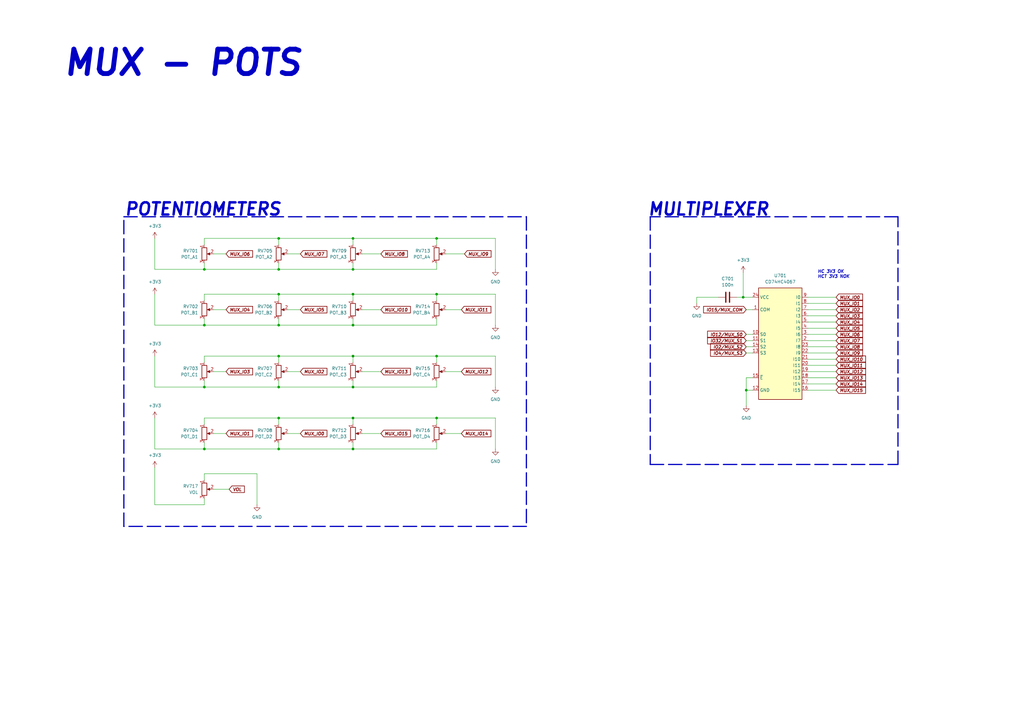
<source format=kicad_sch>
(kicad_sch (version 20211123) (generator eeschema)
  (paper "A3")
  (title_block (title "ESP32 SYNTH") (date "2023-06-02") (rev "0") (company "Joël Ucedo"))
  (lib_symbols
    (symbol "MY CAPACITOR LIBRARY:CC0603KRX7R9BB104" (pin_numbers hide) (pin_names (offset 0.254))
      (property "Reference" "C6" (at -5.08 1.27 0))
      (property "Value" "CC0603KRX7R9BB104" (at -8.89 -1.27 0))
      (symbol "CC0603KRX7R9BB104_0_1"
        (polyline (pts (xy -2.032 -0.762) (xy 2.032 -0.762)) (stroke (width 0.508)))
        (polyline (pts (xy -2.032 0.762) (xy 2.032 0.762)) (stroke (width 0.508)))
      )
      (symbol "CC0603KRX7R9BB104_1_1"
        (pin passive line (at 0 3.81 270) (length 2.794) (name "~") (number "1"))
        (pin passive line (at 0 -3.81 90) (length 2.794) (name "~") (number "2"))
      )
    )
    (symbol "MY IC LIBRARY:CD74HC4067"
      (property "Reference" "U6" (at -7.62 25.4 0))
      (property "Value" "CD74HC4067" (at -2.54 22.86 0))
      (symbol "CD74HC4067_0_1"
        (rectangle (start -8.89 21.59) (end 8.89 -24.13) (stroke (width 0.254)) (fill (type background)))
      )
      (symbol "CD74HC4067_1_1"
        (pin passive line (at -11.43 12.7 0) (length 2.54) (name "COM") (number "1"))
        (pin input line (at -11.43 2.54 0) (length 2.54) (name "S0") (number "10"))
        (pin input line (at -11.43 0 0) (length 2.54) (name "S1") (number "11"))
        (pin power_in line (at -11.43 -20.32 0) (length 2.54) (name "GND") (number "12"))
        (pin input line (at -11.43 -5.08 0) (length 2.54) (name "S3") (number "13"))
        (pin input line (at -11.43 -2.54 0) (length 2.54) (name "S2") (number "14"))
        (pin input line (at -11.43 -15.24 0) (length 2.54) (name "~{E}") (number "15"))
        (pin passive line (at 11.43 -20.32 180) (length 2.54) (name "I15") (number "16"))
        (pin passive line (at 11.43 -17.78 180) (length 2.54) (name "I14") (number "17"))
        (pin passive line (at 11.43 -15.24 180) (length 2.54) (name "I13") (number "18"))
        (pin passive line (at 11.43 -12.7 180) (length 2.54) (name "I12") (number "19"))
        (pin passive line (at 11.43 0 180) (length 2.54) (name "I7") (number "2"))
        (pin passive line (at 11.43 -10.16 180) (length 2.54) (name "I11") (number "20"))
        (pin passive line (at 11.43 -7.62 180) (length 2.54) (name "I10") (number "21"))
        (pin passive line (at 11.43 -5.08 180) (length 2.54) (name "I9") (number "22"))
        (pin passive line (at 11.43 -2.54 180) (length 2.54) (name "I8") (number "23"))
        (pin power_in line (at -11.43 17.78 0) (length 2.54) (name "VCC") (number "24"))
        (pin passive line (at 11.43 2.54 180) (length 2.54) (name "I6") (number "3"))
        (pin passive line (at 11.43 5.08 180) (length 2.54) (name "I5") (number "4"))
        (pin passive line (at 11.43 7.62 180) (length 2.54) (name "I4") (number "5"))
        (pin passive line (at 11.43 10.16 180) (length 2.54) (name "I3") (number "6"))
        (pin passive line (at 11.43 12.7 180) (length 2.54) (name "I2") (number "7"))
        (pin passive line (at 11.43 15.24 180) (length 2.54) (name "I1") (number "8"))
        (pin passive line (at 11.43 17.78 180) (length 2.54) (name "I0") (number "9"))
      )
    )
    (symbol "MY POTENTIOMETER LIBRARY:RK09D1130C2P" (pin_names (offset 1.016) hide)
      (property "Reference" "RV" (at -4.445 0 90))
      (property "Value" "RK09D1130C2P" (at -2.54 0 90))
      (symbol "RK09D1130C2P_0_1"
        (polyline (pts (xy 2.54 0) (xy 1.524 0)))
        (polyline (pts (xy 1.143 0) (xy 2.286 0.508) (xy 2.286 -0.508) (xy 1.143 0)) (fill (type outline)))
        (rectangle (start 1.016 2.54) (end -1.016 -2.54) (stroke (width 0.254)))
      )
      (symbol "RK09D1130C2P_1_1"
        (pin passive line (at 0 3.81 270) (length 1.27) (name "1") (number "1"))
        (pin passive line (at 3.81 0 180) (length 1.27) (name "2") (number "2"))
        (pin passive line (at 0 -3.81 90) (length 1.27) (name "3") (number "3"))
      )
    )
    (symbol "power:+3V3" (power) (pin_names (offset 0))
      (property "Value" "+3V3" (at 0 3.556 0))
      (symbol "+3V3_0_1"
        (polyline (pts (xy -0.762 1.27) (xy 0 2.54)))
        (polyline (pts (xy 0 0) (xy 0 2.54)))
        (polyline (pts (xy 0 2.54) (xy 0.762 1.27)))
      )
      (symbol "+3V3_1_1"
        (pin power_in line (at 0 0 90) (length 0) hide (name "+3V3") (number "1"))
      )
    )
    (symbol "power:GND" (power) (pin_names (offset 0))
      (property "Value" "GND" (at 0 -3.81 0))
      (symbol "GND_0_1"
        (polyline (pts (xy 0 0) (xy 0 -1.27) (xy 1.27 -1.27) (xy 0 -2.54) (xy -1.27 -1.27) (xy 0 -1.27)))
      )
      (symbol "GND_1_1"
        (pin power_in line (at 0 0 270) (length 0) hide (name "GND") (number "1"))
      )
    )
  )
  (junction (at 83.82 158.75))
  (junction (at 114.3 146.05))
  (junction (at 144.78 184.15))
  (junction (at 306.07 160.02))
  (junction (at 83.82 110.49))
  (junction (at 304.8 121.92))
  (junction (at 114.3 171.45))
  (junction (at 144.78 97.79))
  (junction (at 179.07 120.65))
  (junction (at 114.3 120.65))
  (junction (at 179.07 171.45))
  (junction (at 144.78 158.75))
  (junction (at 144.78 171.45))
  (junction (at 144.78 110.49))
  (junction (at 83.82 184.15))
  (junction (at 144.78 120.65))
  (junction (at 144.78 133.35))
  (junction (at 114.3 158.75))
  (junction (at 179.07 97.79))
  (junction (at 114.3 97.79))
  (junction (at 83.82 133.35))
  (junction (at 114.3 184.15))
  (junction (at 114.3 133.35))
  (junction (at 179.07 146.05))
  (junction (at 114.3 110.49))
  (junction (at 144.78 146.05))
  (wire (pts (xy 331.47 129.54) (xy 342.9 129.54)))
  (wire (pts (xy 114.3 181.61) (xy 114.3 184.15)))
  (wire (pts (xy 306.07 142.24) (xy 308.61 142.24)))
  (wire (pts (xy 83.82 194.31) (xy 105.41 194.31)))
  (wire (pts (xy 331.47 144.78) (xy 342.9 144.78)))
  (wire (pts (xy 331.47 137.16) (xy 342.9 137.16)))
  (wire (pts (xy 114.3 171.45) (xy 114.3 173.99)))
  (wire (pts (xy 144.78 184.15) (xy 179.07 184.15)))
  (wire (pts (xy 306.07 127) (xy 308.61 127)))
  (wire (pts (xy 114.3 158.75) (xy 144.78 158.75)))
  (wire (pts (xy 306.07 139.7) (xy 308.61 139.7)))
  (wire (pts (xy 306.07 160.02) (xy 306.07 154.94)))
  (wire (pts (xy 83.82 156.21) (xy 83.82 158.75)))
  (wire (pts (xy 144.78 120.65) (xy 179.07 120.65)))
  (wire (pts (xy 144.78 120.65) (xy 144.78 123.19)))
  (wire (pts (xy 304.8 121.92) (xy 308.61 121.92)))
  (wire (pts (xy 144.78 171.45) (xy 179.07 171.45)))
  (wire (pts (xy 83.82 196.85) (xy 83.82 194.31)))
  (wire (pts (xy 331.47 152.4) (xy 342.9 152.4)))
  (wire (pts (xy 114.3 171.45) (xy 144.78 171.45)))
  (wire (pts (xy 179.07 158.75) (xy 179.07 156.21)))
  (wire (pts (xy 83.82 133.35) (xy 114.3 133.35)))
  (wire (pts (xy 87.63 152.4) (xy 92.71 152.4)))
  (wire (pts (xy 331.47 121.92) (xy 342.9 121.92)))
  (polyline (pts (xy 50.8 88.9) (xy 215.9 88.9)) (stroke (width 0.5)))
  (wire (pts (xy 306.07 154.94) (xy 308.61 154.94)))
  (wire (pts (xy 331.47 160.02) (xy 342.9 160.02)))
  (wire (pts (xy 63.5 191.77) (xy 63.5 207.01)))
  (wire (pts (xy 148.59 152.4) (xy 156.21 152.4)))
  (wire (pts (xy 306.07 137.16) (xy 308.61 137.16)))
  (wire (pts (xy 83.82 120.65) (xy 114.3 120.65)))
  (wire (pts (xy 83.82 207.01) (xy 63.5 207.01)))
  (wire (pts (xy 331.47 157.48) (xy 342.9 157.48)))
  (wire (pts (xy 148.59 104.14) (xy 156.21 104.14)))
  (wire (pts (xy 148.59 177.8) (xy 156.21 177.8)))
  (wire (pts (xy 179.07 97.79) (xy 179.07 100.33)))
  (wire (pts (xy 83.82 97.79) (xy 83.82 100.33)))
  (wire (pts (xy 63.5 133.35) (xy 83.82 133.35)))
  (wire (pts (xy 203.2 120.65) (xy 203.2 133.35)))
  (wire (pts (xy 83.82 97.79) (xy 114.3 97.79)))
  (polyline (pts (xy 368.3 190.5) (xy 368.3 88.9)) (stroke (width 0.5)))
  (wire (pts (xy 87.63 200.66) (xy 93.98 200.66)))
  (wire (pts (xy 114.3 130.81) (xy 114.3 133.35)))
  (wire (pts (xy 83.82 107.95) (xy 83.82 110.49)))
  (wire (pts (xy 179.07 133.35) (xy 179.07 130.81)))
  (wire (pts (xy 182.88 127) (xy 189.23 127)))
  (polyline (pts (xy 266.7 190.5) (xy 368.3 190.5)) (stroke (width 0.5)))
  (wire (pts (xy 63.5 158.75) (xy 83.82 158.75)))
  (wire (pts (xy 63.5 171.45) (xy 63.5 184.15)))
  (wire (pts (xy 144.78 107.95) (xy 144.78 110.49)))
  (wire (pts (xy 114.3 120.65) (xy 144.78 120.65)))
  (wire (pts (xy 203.2 146.05) (xy 203.2 158.75)))
  (wire (pts (xy 304.8 111.76) (xy 304.8 121.92)))
  (wire (pts (xy 331.47 149.86) (xy 342.9 149.86)))
  (wire (pts (xy 144.78 133.35) (xy 179.07 133.35)))
  (wire (pts (xy 118.11 177.8) (xy 123.19 177.8)))
  (wire (pts (xy 87.63 177.8) (xy 92.71 177.8)))
  (wire (pts (xy 114.3 123.19) (xy 114.3 120.65)))
  (wire (pts (xy 83.82 184.15) (xy 114.3 184.15)))
  (wire (pts (xy 83.82 158.75) (xy 114.3 158.75)))
  (wire (pts (xy 306.07 160.02) (xy 308.61 160.02)))
  (wire (pts (xy 114.3 97.79) (xy 114.3 100.33)))
  (wire (pts (xy 285.75 121.92) (xy 294.64 121.92)))
  (wire (pts (xy 83.82 181.61) (xy 83.82 184.15)))
  (polyline (pts (xy 368.3 88.9) (xy 266.7 88.9)) (stroke (width 0.5)))
  (wire (pts (xy 63.5 120.65) (xy 63.5 133.35)))
  (wire (pts (xy 302.26 121.92) (xy 304.8 121.92)))
  (wire (pts (xy 144.78 146.05) (xy 179.07 146.05)))
  (wire (pts (xy 105.41 194.31) (xy 105.41 207.01)))
  (wire (pts (xy 182.88 177.8) (xy 189.23 177.8)))
  (wire (pts (xy 114.3 110.49) (xy 144.78 110.49)))
  (wire (pts (xy 87.63 127) (xy 92.71 127)))
  (wire (pts (xy 83.82 130.81) (xy 83.82 133.35)))
  (wire (pts (xy 331.47 142.24) (xy 342.9 142.24)))
  (wire (pts (xy 118.11 104.14) (xy 123.19 104.14)))
  (wire (pts (xy 63.5 110.49) (xy 83.82 110.49)))
  (wire (pts (xy 118.11 152.4) (xy 123.19 152.4)))
  (wire (pts (xy 331.47 124.46) (xy 342.9 124.46)))
  (wire (pts (xy 144.78 158.75) (xy 179.07 158.75)))
  (wire (pts (xy 179.07 184.15) (xy 179.07 181.61)))
  (wire (pts (xy 331.47 139.7) (xy 342.9 139.7)))
  (wire (pts (xy 144.78 110.49) (xy 179.07 110.49)))
  (wire (pts (xy 118.11 127) (xy 123.19 127)))
  (wire (pts (xy 179.07 97.79) (xy 203.2 97.79)))
  (wire (pts (xy 63.5 184.15) (xy 83.82 184.15)))
  (wire (pts (xy 179.07 120.65) (xy 203.2 120.65)))
  (wire (pts (xy 114.3 133.35) (xy 144.78 133.35)))
  (polyline (pts (xy 215.9 88.9) (xy 215.9 215.9)) (stroke (width 0.5)))
  (wire (pts (xy 285.75 121.92) (xy 285.75 124.46)))
  (wire (pts (xy 87.63 104.14) (xy 92.71 104.14)))
  (wire (pts (xy 331.47 134.62) (xy 342.9 134.62)))
  (wire (pts (xy 144.78 130.81) (xy 144.78 133.35)))
  (wire (pts (xy 203.2 171.45) (xy 203.2 184.15)))
  (wire (pts (xy 83.82 146.05) (xy 83.82 148.59)))
  (wire (pts (xy 144.78 146.05) (xy 144.78 148.59)))
  (polyline (pts (xy 50.8 215.9) (xy 50.8 88.9)) (stroke (width 0.5)))
  (wire (pts (xy 114.3 146.05) (xy 114.3 148.59)))
  (wire (pts (xy 306.07 166.37) (xy 306.07 160.02)))
  (wire (pts (xy 179.07 107.95) (xy 179.07 110.49)))
  (wire (pts (xy 182.88 152.4) (xy 189.23 152.4)))
  (wire (pts (xy 203.2 97.79) (xy 203.2 110.49)))
  (wire (pts (xy 83.82 204.47) (xy 83.82 207.01)))
  (wire (pts (xy 179.07 120.65) (xy 179.07 123.19)))
  (wire (pts (xy 114.3 146.05) (xy 144.78 146.05)))
  (wire (pts (xy 144.78 97.79) (xy 144.78 100.33)))
  (wire (pts (xy 83.82 171.45) (xy 114.3 171.45)))
  (wire (pts (xy 114.3 184.15) (xy 144.78 184.15)))
  (wire (pts (xy 114.3 107.95) (xy 114.3 110.49)))
  (wire (pts (xy 148.59 127) (xy 156.21 127)))
  (wire (pts (xy 331.47 147.32) (xy 342.9 147.32)))
  (wire (pts (xy 144.78 156.21) (xy 144.78 158.75)))
  (wire (pts (xy 331.47 127) (xy 342.9 127)))
  (wire (pts (xy 179.07 146.05) (xy 179.07 148.59)))
  (wire (pts (xy 63.5 97.79) (xy 63.5 110.49)))
  (polyline (pts (xy 266.7 88.9) (xy 266.7 190.5)) (stroke (width 0.5)))
  (wire (pts (xy 331.47 154.94) (xy 342.9 154.94)))
  (wire (pts (xy 83.82 146.05) (xy 114.3 146.05)))
  (wire (pts (xy 114.3 97.79) (xy 144.78 97.79)))
  (wire (pts (xy 179.07 146.05) (xy 203.2 146.05)))
  (wire (pts (xy 144.78 97.79) (xy 179.07 97.79)))
  (wire (pts (xy 83.82 110.49) (xy 114.3 110.49)))
  (wire (pts (xy 83.82 171.45) (xy 83.82 173.99)))
  (wire (pts (xy 182.88 104.14) (xy 190.5 104.14)))
  (polyline (pts (xy 215.9 215.9) (xy 50.8 215.9)) (stroke (width 0.5)))
  (wire (pts (xy 63.5 146.05) (xy 63.5 158.75)))
  (wire (pts (xy 179.07 171.45) (xy 203.2 171.45)))
  (wire (pts (xy 331.47 132.08) (xy 342.9 132.08)))
  (wire (pts (xy 306.07 144.78) (xy 308.61 144.78)))
  (wire (pts (xy 144.78 181.61) (xy 144.78 184.15)))
  (wire (pts (xy 114.3 156.21) (xy 114.3 158.75)))
  (wire (pts (xy 179.07 171.45) (xy 179.07 173.99)))
  (wire (pts (xy 144.78 171.45) (xy 144.78 173.99)))
  (wire (pts (xy 83.82 120.65) (xy 83.82 123.19)))
  (text "MULTIPLEXER" (at 265.43 88.9 0) (effects (font (size 5 5) bold italic) (justify left bottom)))
  (text "POTENTIOMETERS" (at 50.8 88.9 0) (effects (font (size 5 5) bold italic) (justify left bottom)))
  (text "MUX - POTS" (at 25.4 31.75 0) (effects (font (size 10 10) bold italic) (justify left bottom)))
  (text "HC 3V3 OK \nHCT 3V3 NOK " (at 335.28 114.3 0) (effects (font (size 1.27 1.27) (thickness 0.254) bold italic) (justify left bottom)))
  (global_label "MUX_IO4" (shape input) (at 342.9 132.08 0) (effects (font bold italic)) (property "Intersheet References" "${INTERSHEET_REFS}" (effects hide)))
  (global_label "MUX_IO9" (shape input) (at 342.9 144.78 0) (effects (font bold italic)) (property "Intersheet References" "${INTERSHEET_REFS}" (effects hide)))
  (global_label "IO4{slash}MUX_S3" (shape input) (at 306.07 144.78 180) (effects (font (thickness 0.254) bold italic)) (property "Intersheet References" "${INTERSHEET_REFS}" (effects hide)))
  (global_label "IO12{slash}MUX_S0" (shape input) (at 306.07 137.16 180) (effects (font bold italic)) (property "Intersheet References" "${INTERSHEET_REFS}" (effects hide)))
  (global_label "IO32{slash}MUX_S1" (shape input) (at 306.07 139.7 180) (effects (font (thickness 0.254) bold italic)) (property "Intersheet References" "${INTERSHEET_REFS}" (effects hide)))
  (global_label "MUX_IO7" (shape input) (at 342.9 139.7 0) (effects (font bold italic)) (property "Intersheet References" "${INTERSHEET_REFS}" (effects hide)))
  (global_label "MUX_IO14" (shape input) (at 189.23 177.8 0) (effects (font bold italic)) (property "Intersheet References" "${INTERSHEET_REFS}" (effects hide)))
  (global_label "IO15{slash}MUX_COM" (shape input) (at 306.07 127 180) (effects (font (thickness 0.254) bold italic)) (property "Intersheet References" "${INTERSHEET_REFS}" (effects hide)))
  (global_label "MUX_IO0" (shape input) (at 342.9 121.92 0) (effects (font bold italic)) (property "Intersheet References" "${INTERSHEET_REFS}" (effects hide)))
  (global_label "VOL" (shape input) (at 93.98 200.66 0) (effects (font bold italic)) (property "Intersheet References" "${INTERSHEET_REFS}" (effects hide)))
  (global_label "MUX_IO12" (shape input) (at 189.23 152.4 0) (effects (font bold italic)) (property "Intersheet References" "${INTERSHEET_REFS}" (effects hide)))
  (global_label "MUX_IO10" (shape input) (at 156.21 127 0) (effects (font bold italic)) (property "Intersheet References" "${INTERSHEET_REFS}" (effects hide)))
  (global_label "MUX_IO13" (shape input) (at 342.9 154.94 0) (effects (font bold italic)) (property "Intersheet References" "${INTERSHEET_REFS}" (effects hide)))
  (global_label "MUX_IO11" (shape input) (at 342.9 149.86 0) (effects (font bold italic)) (property "Intersheet References" "${INTERSHEET_REFS}" (effects hide)))
  (global_label "MUX_IO2" (shape input) (at 342.9 127 0) (effects (font bold italic)) (property "Intersheet References" "${INTERSHEET_REFS}" (effects hide)))
  (global_label "MUX_IO2" (shape input) (at 123.19 152.4 0) (effects (font bold italic)) (property "Intersheet References" "${INTERSHEET_REFS}" (effects hide)))
  (global_label "MUX_IO3" (shape input) (at 342.9 129.54 0) (effects (font bold italic)) (property "Intersheet References" "${INTERSHEET_REFS}" (effects hide)))
  (global_label "MUX_IO14" (shape input) (at 342.9 157.48 0) (effects (font bold italic)) (property "Intersheet References" "${INTERSHEET_REFS}" (effects hide)))
  (global_label "MUX_IO8" (shape input) (at 342.9 142.24 0) (effects (font bold italic)) (property "Intersheet References" "${INTERSHEET_REFS}" (effects hide)))
  (global_label "MUX_IO5" (shape input) (at 123.19 127 0) (effects (font bold italic)) (property "Intersheet References" "${INTERSHEET_REFS}" (effects hide)))
  (global_label "MUX_IO15" (shape input) (at 156.21 177.8 0) (effects (font bold italic)) (property "Intersheet References" "${INTERSHEET_REFS}" (effects hide)))
  (global_label "MUX_IO15" (shape input) (at 342.9 160.02 0) (effects (font bold italic)) (property "Intersheet References" "${INTERSHEET_REFS}" (effects hide)))
  (global_label "MUX_IO3" (shape input) (at 92.71 152.4 0) (effects (font bold italic)) (property "Intersheet References" "${INTERSHEET_REFS}" (effects hide)))
  (global_label "MUX_IO10" (shape input) (at 342.9 147.32 0) (effects (font bold italic)) (property "Intersheet References" "${INTERSHEET_REFS}" (effects hide)))
  (global_label "MUX_IO12" (shape input) (at 342.9 152.4 0) (effects (font bold italic)) (property "Intersheet References" "${INTERSHEET_REFS}" (effects hide)))
  (global_label "MUX_IO0" (shape input) (at 123.19 177.8 0) (effects (font bold italic)) (property "Intersheet References" "${INTERSHEET_REFS}" (effects hide)))
  (global_label "MUX_IO9" (shape input) (at 190.5 104.14 0) (effects (font bold italic)) (property "Intersheet References" "${INTERSHEET_REFS}" (effects hide)))
  (global_label "IO2{slash}MUX_S2" (shape input) (at 306.07 142.24 180) (effects (font (thickness 0.254) bold italic)) (property "Intersheet References" "${INTERSHEET_REFS}" (effects hide)))
  (global_label "MUX_IO6" (shape input) (at 342.9 137.16 0) (effects (font bold italic)) (property "Intersheet References" "${INTERSHEET_REFS}" (effects hide)))
  (global_label "MUX_IO11" (shape input) (at 189.23 127 0) (effects (font bold italic)) (property "Intersheet References" "${INTERSHEET_REFS}" (effects hide)))
  (global_label "MUX_IO8" (shape input) (at 156.21 104.14 0) (effects (font bold italic)) (property "Intersheet References" "${INTERSHEET_REFS}" (effects hide)))
  (global_label "MUX_IO7" (shape input) (at 123.19 104.14 0) (effects (font bold italic)) (property "Intersheet References" "${INTERSHEET_REFS}" (effects hide)))
  (global_label "MUX_IO5" (shape input) (at 342.9 134.62 0) (effects (font bold italic)) (property "Intersheet References" "${INTERSHEET_REFS}" (effects hide)))
  (global_label "MUX_IO1" (shape input) (at 342.9 124.46 0) (effects (font bold italic)) (property "Intersheet References" "${INTERSHEET_REFS}" (effects hide)))
  (global_label "MUX_IO1" (shape input) (at 92.71 177.8 0) (effects (font bold italic)) (property "Intersheet References" "${INTERSHEET_REFS}" (effects hide)))
  (global_label "MUX_IO6" (shape input) (at 92.71 104.14 0) (effects (font bold italic)) (property "Intersheet References" "${INTERSHEET_REFS}" (effects hide)))
  (global_label "MUX_IO13" (shape input) (at 156.21 152.4 0) (effects (font bold italic)) (property "Intersheet References" "${INTERSHEET_REFS}" (effects hide)))
  (global_label "MUX_IO4" (shape input) (at 92.71 127 0) (effects (font bold italic)) (property "Intersheet References" "${INTERSHEET_REFS}" (effects hide)))
  (symbol (lib_id "power:GND") (at 203.2 158.75 0) (unit 1)
    (property "Reference" "#PWR0102" (effects hide))
    (property "Value" "GND" (at 203.2 163.83 0))
  )
  (symbol (lib_id "MY POTENTIOMETER LIBRARY:RK09D1130C2P") (at 114.3 127 0) (unit 1)
    (property "Reference" "RV706" (at 111.76 125.7299 0) (effects (justify right)))
    (property "Value" "POT_B2" (at 111.76 128.2699 0) (effects (justify right)))
    (property "Footprint" "MY POTENTIOMETER LIBRARY:RK09D1130C2P" (effects hide))
  )
  (symbol (lib_id "MY POTENTIOMETER LIBRARY:RK09D1130C2P") (at 83.82 104.14 0) (unit 1)
    (property "Reference" "RV701" (at 81.28 102.8699 0) (effects (justify right)))
    (property "Value" "POT_A1" (at 81.28 105.4099 0) (effects (justify right)))
    (property "Footprint" "MY POTENTIOMETER LIBRARY:RK09D1130C2P" (effects hide))
  )
  (symbol (lib_id "MY POTENTIOMETER LIBRARY:RK09D1130C2P") (at 83.82 127 0) (unit 1)
    (property "Reference" "RV702" (at 81.28 125.7299 0) (effects (justify right)))
    (property "Value" "POT_B1" (at 81.28 128.2699 0) (effects (justify right)))
    (property "Footprint" "MY POTENTIOMETER LIBRARY:RK09D1130C2P" (effects hide))
  )
  (symbol (lib_id "MY POTENTIOMETER LIBRARY:RK09D1130C2P") (at 144.78 152.4 0) (unit 1)
    (property "Reference" "RV711" (at 142.24 151.1299 0) (effects (justify right)))
    (property "Value" "POT_C3" (at 142.24 153.6699 0) (effects (justify right)))
    (property "Footprint" "MY POTENTIOMETER LIBRARY:RK09D1130C2P" (effects hide))
  )
  (symbol (lib_id "power:+3V3") (at 63.5 146.05 0) (unit 1)
    (property "Reference" "#PWR0116" (effects hide))
    (property "Value" "+3V3" (at 63.5 140.97 0))
  )
  (symbol (lib_id "power:GND") (at 306.07 166.37 0) (unit 1)
    (property "Reference" "#PWR0167" (effects hide))
    (property "Value" "GND" (at 306.07 171.45 0))
  )
  (symbol (lib_id "MY POTENTIOMETER LIBRARY:RK09D1130C2P") (at 179.07 177.8 0) (unit 1)
    (property "Reference" "RV716" (at 176.53 176.5299 0) (effects (justify right)))
    (property "Value" "POT_D4" (at 176.53 179.0699 0) (effects (justify right)))
    (property "Footprint" "MY POTENTIOMETER LIBRARY:RK09D1130C2P" (effects hide))
  )
  (symbol (lib_id "MY POTENTIOMETER LIBRARY:RK09D1130C2P") (at 114.3 152.4 0) (unit 1)
    (property "Reference" "RV707" (at 111.76 151.1299 0) (effects (justify right)))
    (property "Value" "POT_C2" (at 111.76 153.6699 0) (effects (justify right)))
    (property "Footprint" "MY POTENTIOMETER LIBRARY:RK09D1130C2P" (effects hide))
  )
  (symbol (lib_id "MY POTENTIOMETER LIBRARY:RK09D1130C2P") (at 83.82 177.8 0) (unit 1)
    (property "Reference" "RV704" (at 81.28 176.5299 0) (effects (justify right)))
    (property "Value" "POT_D1" (at 81.28 179.0699 0) (effects (justify right)))
    (property "Footprint" "MY POTENTIOMETER LIBRARY:RK09D1130C2P" (effects hide))
  )
  (symbol (lib_id "MY IC LIBRARY:CD74HC4067") (at 320.04 139.7 0) (unit 1)
    (property "Reference" "U701" (at 320.04 113.03 0))
    (property "Value" "CD74HC4067" (at 320.04 115.57 0))
    (property "Footprint" "MY IC LIBRARY:CD74HC4067_SOIC-24" (effects hide))
    (property "Datasheet" "http://www.ti.com/lit/ds/symlink/cd74hc4067.pdf" (effects hide))
  )
  (symbol (lib_id "power:+3V3") (at 63.5 120.65 0) (unit 1)
    (property "Reference" "#PWR0112" (effects hide))
    (property "Value" "+3V3" (at 63.5 115.57 0))
  )
  (symbol (lib_id "power:GND") (at 285.75 124.46 0) (unit 1)
    (property "Reference" "#PWR0166" (effects hide))
    (property "Value" "GND" (at 285.75 129.54 0))
  )
  (symbol (lib_id "power:+3V3") (at 304.8 111.76 0) (unit 1)
    (property "Reference" "#PWR0168" (effects hide))
    (property "Value" "+3V3" (at 304.8 106.68 0))
  )
  (symbol (lib_id "MY POTENTIOMETER LIBRARY:RK09D1130C2P") (at 179.07 104.14 0) (unit 1)
    (property "Reference" "RV713" (at 176.53 102.8699 0) (effects (justify right)))
    (property "Value" "POT_A4" (at 176.53 105.4099 0) (effects (justify right)))
    (property "Footprint" "MY POTENTIOMETER LIBRARY:RK09D1130C2P" (effects hide))
  )
  (symbol (lib_id "MY POTENTIOMETER LIBRARY:RK09D1130C2P") (at 114.3 177.8 0) (unit 1)
    (property "Reference" "RV708" (at 111.76 176.5299 0) (effects (justify right)))
    (property "Value" "POT_D2" (at 111.76 179.0699 0) (effects (justify right)))
    (property "Footprint" "MY POTENTIOMETER LIBRARY:RK09D1130C2P" (effects hide))
  )
  (symbol (lib_id "power:GND") (at 203.2 184.15 0) (unit 1)
    (property "Reference" "#PWR0101" (effects hide))
    (property "Value" "GND" (at 203.2 189.23 0))
  )
  (symbol (lib_id "power:+3V3") (at 63.5 97.79 0) (unit 1)
    (property "Reference" "#PWR0111" (effects hide))
    (property "Value" "+3V3" (at 63.5 92.71 0))
  )
  (symbol (lib_id "MY POTENTIOMETER LIBRARY:RK09D1130C2P") (at 144.78 177.8 0) (unit 1)
    (property "Reference" "RV712" (at 142.24 176.5299 0) (effects (justify right)))
    (property "Value" "POT_D3" (at 142.24 179.0699 0) (effects (justify right)))
    (property "Footprint" "MY POTENTIOMETER LIBRARY:RK09D1130C2P" (effects hide))
  )
  (symbol (lib_id "MY POTENTIOMETER LIBRARY:RK09D1130C2P") (at 144.78 104.14 0) (unit 1)
    (property "Reference" "RV709" (at 142.24 102.8699 0) (effects (justify right)))
    (property "Value" "POT_A3" (at 142.24 105.4099 0) (effects (justify right)))
    (property "Footprint" "MY POTENTIOMETER LIBRARY:RK09D1130C2P" (effects hide))
  )
  (symbol (lib_id "power:GND") (at 203.2 110.49 0) (unit 1)
    (property "Reference" "#PWR0103" (effects hide))
    (property "Value" "GND" (at 203.2 115.57 0))
  )
  (symbol (lib_id "MY POTENTIOMETER LIBRARY:RK09D1130C2P") (at 83.82 152.4 0) (unit 1)
    (property "Reference" "RV703" (at 81.28 151.1299 0) (effects (justify right)))
    (property "Value" "POT_C1" (at 81.28 153.6699 0) (effects (justify right)))
    (property "Footprint" "MY POTENTIOMETER LIBRARY:RK09D1130C2P" (effects hide))
  )
  (symbol (lib_id "power:+3V3") (at 63.5 171.45 0) (unit 1)
    (property "Reference" "#PWR0115" (effects hide))
    (property "Value" "+3V3" (at 63.5 166.37 0))
  )
  (symbol (lib_id "MY POTENTIOMETER LIBRARY:RK09D1130C2P") (at 83.82 200.66 0) (unit 1)
    (property "Reference" "RV717" (at 81.28 199.3899 0) (effects (justify right)))
    (property "Value" "VOL" (at 81.28 201.9299 0) (effects (justify right)))
    (property "Footprint" "MY POTENTIOMETER LIBRARY:RK09D1130C2P" (effects hide))
  )
  (symbol (lib_id "power:GND") (at 105.41 207.01 0) (unit 1)
    (property "Reference" "#PWR0122" (effects hide))
    (property "Value" "GND" (at 105.41 212.09 0))
  )
  (symbol (lib_id "MY POTENTIOMETER LIBRARY:RK09D1130C2P") (at 114.3 104.14 0) (unit 1)
    (property "Reference" "RV705" (at 111.76 102.8699 0) (effects (justify right)))
    (property "Value" "POT_A2" (at 111.76 105.4099 0) (effects (justify right)))
    (property "Footprint" "MY POTENTIOMETER LIBRARY:RK09D1130C2P" (effects hide))
  )
  (symbol (lib_id "power:+3V3") (at 63.5 191.77 0) (unit 1)
    (property "Reference" "#PWR0121" (effects hide))
    (property "Value" "+3V3" (at 63.5 186.69 0))
  )
  (symbol (lib_id "MY CAPACITOR LIBRARY:CC0603KRX7R9BB104") (at 298.45 121.92 90) (unit 1)
    (property "Reference" "C701" (at 298.45 114.3 90))
    (property "Value" "100n" (at 298.45 116.84 90))
    (property "Footprint" "MY CAPACITOR LIBRARY:CC0603KRX7R9BB104_0603" (effects hide))
  )
  (symbol (lib_id "MY POTENTIOMETER LIBRARY:RK09D1130C2P") (at 179.07 127 0) (unit 1)
    (property "Reference" "RV714" (at 176.53 125.7299 0) (effects (justify right)))
    (property "Value" "POT_B4" (at 176.53 128.2699 0) (effects (justify right)))
    (property "Footprint" "MY POTENTIOMETER LIBRARY:RK09D1130C2P" (effects hide))
  )
  (symbol (lib_id "power:GND") (at 203.2 133.35 0) (unit 1)
    (property "Reference" "#PWR0110" (effects hide))
    (property "Value" "GND" (at 203.2 138.43 0))
  )
  (symbol (lib_id "MY POTENTIOMETER LIBRARY:RK09D1130C2P") (at 179.07 152.4 0) (unit 1)
    (property "Reference" "RV715" (at 176.53 151.1299 0) (effects (justify right)))
    (property "Value" "POT_C4" (at 176.53 153.6699 0) (effects (justify right)))
    (property "Footprint" "MY POTENTIOMETER LIBRARY:RK09D1130C2P" (effects hide))
  )
  (symbol (lib_id "MY POTENTIOMETER LIBRARY:RK09D1130C2P") (at 144.78 127 0) (unit 1)
    (property "Reference" "RV710" (at 142.24 125.7299 0) (effects (justify right)))
    (property "Value" "POT_B3" (at 142.24 128.2699 0) (effects (justify right)))
    (property "Footprint" "MY POTENTIOMETER LIBRARY:RK09D1130C2P" (effects hide))
  )
)
</source>
